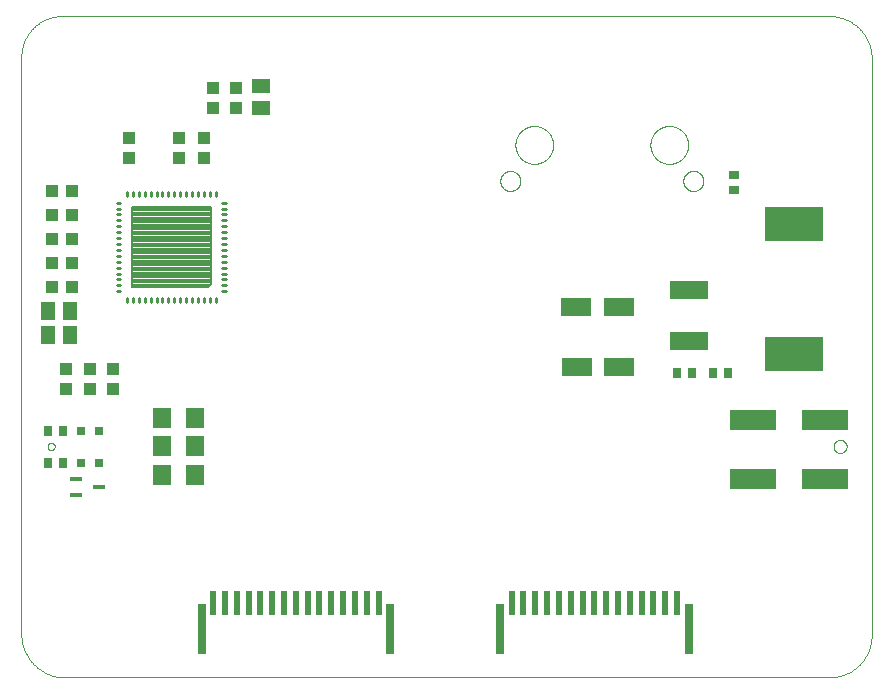
<source format=gtp>
G75*
%MOIN*%
%OFA0B0*%
%FSLAX25Y25*%
%IPPOS*%
%LPD*%
%AMOC8*
5,1,8,0,0,1.08239X$1,22.5*
%
%ADD10C,0.00000*%
%ADD11R,0.02400X0.07900*%
%ADD12R,0.02800X0.16500*%
%ADD13R,0.12992X0.06102*%
%ADD14R,0.02756X0.03543*%
%ADD15R,0.03150X0.03150*%
%ADD16R,0.10236X0.06299*%
%ADD17R,0.06299X0.07087*%
%ADD18R,0.04400X0.01800*%
%ADD19R,0.15748X0.07087*%
%ADD20R,0.03543X0.02756*%
%ADD21R,0.19685X0.11811*%
%ADD22C,0.00984*%
%ADD23C,0.00800*%
%ADD24R,0.04331X0.03937*%
%ADD25R,0.03937X0.04331*%
%ADD26R,0.05906X0.05118*%
%ADD27R,0.05118X0.05906*%
D10*
X0015673Y0001500D02*
X0270791Y0001500D01*
X0271133Y0001504D01*
X0271476Y0001517D01*
X0271818Y0001537D01*
X0272159Y0001566D01*
X0272499Y0001603D01*
X0272839Y0001649D01*
X0273177Y0001702D01*
X0273514Y0001764D01*
X0273849Y0001834D01*
X0274183Y0001912D01*
X0274514Y0001998D01*
X0274844Y0002092D01*
X0275171Y0002194D01*
X0275495Y0002303D01*
X0275817Y0002421D01*
X0276136Y0002546D01*
X0276451Y0002679D01*
X0276764Y0002820D01*
X0277072Y0002968D01*
X0277378Y0003123D01*
X0277679Y0003286D01*
X0277976Y0003456D01*
X0278269Y0003633D01*
X0278558Y0003818D01*
X0278842Y0004009D01*
X0279122Y0004207D01*
X0279396Y0004411D01*
X0279666Y0004623D01*
X0279930Y0004840D01*
X0280189Y0005064D01*
X0280443Y0005295D01*
X0280691Y0005531D01*
X0280933Y0005773D01*
X0281169Y0006021D01*
X0281400Y0006275D01*
X0281624Y0006534D01*
X0281841Y0006798D01*
X0282053Y0007068D01*
X0282257Y0007342D01*
X0282455Y0007622D01*
X0282646Y0007906D01*
X0282831Y0008195D01*
X0283008Y0008488D01*
X0283178Y0008785D01*
X0283341Y0009086D01*
X0283496Y0009392D01*
X0283644Y0009700D01*
X0283785Y0010013D01*
X0283918Y0010328D01*
X0284043Y0010647D01*
X0284161Y0010969D01*
X0284270Y0011293D01*
X0284372Y0011620D01*
X0284466Y0011950D01*
X0284552Y0012281D01*
X0284630Y0012615D01*
X0284700Y0012950D01*
X0284762Y0013287D01*
X0284815Y0013625D01*
X0284861Y0013965D01*
X0284898Y0014305D01*
X0284927Y0014646D01*
X0284947Y0014988D01*
X0284960Y0015331D01*
X0284964Y0015673D01*
X0284965Y0015673D02*
X0284965Y0207799D01*
X0284964Y0207799D02*
X0284960Y0208141D01*
X0284947Y0208484D01*
X0284927Y0208826D01*
X0284898Y0209167D01*
X0284861Y0209507D01*
X0284815Y0209847D01*
X0284762Y0210185D01*
X0284700Y0210522D01*
X0284630Y0210857D01*
X0284552Y0211191D01*
X0284466Y0211522D01*
X0284372Y0211852D01*
X0284270Y0212179D01*
X0284161Y0212503D01*
X0284043Y0212825D01*
X0283918Y0213144D01*
X0283785Y0213459D01*
X0283644Y0213772D01*
X0283496Y0214080D01*
X0283341Y0214386D01*
X0283178Y0214687D01*
X0283008Y0214984D01*
X0282831Y0215277D01*
X0282646Y0215566D01*
X0282455Y0215850D01*
X0282257Y0216130D01*
X0282053Y0216404D01*
X0281841Y0216674D01*
X0281624Y0216938D01*
X0281400Y0217197D01*
X0281169Y0217451D01*
X0280933Y0217699D01*
X0280691Y0217941D01*
X0280443Y0218177D01*
X0280189Y0218408D01*
X0279930Y0218632D01*
X0279666Y0218849D01*
X0279396Y0219061D01*
X0279122Y0219265D01*
X0278842Y0219463D01*
X0278558Y0219654D01*
X0278269Y0219839D01*
X0277976Y0220016D01*
X0277679Y0220186D01*
X0277378Y0220349D01*
X0277072Y0220504D01*
X0276764Y0220652D01*
X0276451Y0220793D01*
X0276136Y0220926D01*
X0275817Y0221051D01*
X0275495Y0221169D01*
X0275171Y0221278D01*
X0274844Y0221380D01*
X0274514Y0221474D01*
X0274183Y0221560D01*
X0273849Y0221638D01*
X0273514Y0221708D01*
X0273177Y0221770D01*
X0272839Y0221823D01*
X0272499Y0221869D01*
X0272159Y0221906D01*
X0271818Y0221935D01*
X0271476Y0221955D01*
X0271133Y0221968D01*
X0270791Y0221972D01*
X0015673Y0221972D01*
X0001500Y0208799D02*
X0001500Y0016673D01*
X0001492Y0016318D01*
X0001492Y0015963D01*
X0001502Y0015609D01*
X0001520Y0015254D01*
X0001546Y0014901D01*
X0001581Y0014548D01*
X0001625Y0014195D01*
X0001677Y0013845D01*
X0001737Y0013495D01*
X0001806Y0013147D01*
X0001884Y0012801D01*
X0001969Y0012456D01*
X0002063Y0012114D01*
X0002165Y0011774D01*
X0002276Y0011437D01*
X0002394Y0011103D01*
X0002521Y0010771D01*
X0002655Y0010443D01*
X0002798Y0010118D01*
X0002948Y0009797D01*
X0003106Y0009479D01*
X0003271Y0009165D01*
X0003445Y0008855D01*
X0003625Y0008550D01*
X0003813Y0008249D01*
X0004008Y0007953D01*
X0004210Y0007661D01*
X0004419Y0007375D01*
X0004635Y0007093D01*
X0004858Y0006817D01*
X0005088Y0006546D01*
X0005323Y0006281D01*
X0005566Y0006022D01*
X0005814Y0005769D01*
X0006068Y0005521D01*
X0006329Y0005280D01*
X0006595Y0005046D01*
X0006867Y0004817D01*
X0007144Y0004596D01*
X0007426Y0004381D01*
X0007714Y0004173D01*
X0008006Y0003972D01*
X0008303Y0003778D01*
X0008605Y0003592D01*
X0008911Y0003413D01*
X0009222Y0003241D01*
X0009536Y0003077D01*
X0009855Y0002920D01*
X0010177Y0002771D01*
X0010502Y0002630D01*
X0010831Y0002497D01*
X0011163Y0002372D01*
X0011498Y0002255D01*
X0011836Y0002146D01*
X0012176Y0002046D01*
X0012518Y0001953D01*
X0012863Y0001869D01*
X0013210Y0001793D01*
X0013558Y0001726D01*
X0013908Y0001667D01*
X0014259Y0001616D01*
X0014611Y0001574D01*
X0014965Y0001541D01*
X0015319Y0001516D01*
X0015673Y0001500D01*
X0010260Y0078500D02*
X0010262Y0078569D01*
X0010268Y0078637D01*
X0010278Y0078705D01*
X0010292Y0078772D01*
X0010310Y0078839D01*
X0010331Y0078904D01*
X0010357Y0078968D01*
X0010386Y0079030D01*
X0010418Y0079090D01*
X0010454Y0079149D01*
X0010494Y0079205D01*
X0010536Y0079259D01*
X0010582Y0079310D01*
X0010631Y0079359D01*
X0010682Y0079405D01*
X0010736Y0079447D01*
X0010792Y0079487D01*
X0010850Y0079523D01*
X0010911Y0079555D01*
X0010973Y0079584D01*
X0011037Y0079610D01*
X0011102Y0079631D01*
X0011169Y0079649D01*
X0011236Y0079663D01*
X0011304Y0079673D01*
X0011372Y0079679D01*
X0011441Y0079681D01*
X0011510Y0079679D01*
X0011578Y0079673D01*
X0011646Y0079663D01*
X0011713Y0079649D01*
X0011780Y0079631D01*
X0011845Y0079610D01*
X0011909Y0079584D01*
X0011971Y0079555D01*
X0012031Y0079523D01*
X0012090Y0079487D01*
X0012146Y0079447D01*
X0012200Y0079405D01*
X0012251Y0079359D01*
X0012300Y0079310D01*
X0012346Y0079259D01*
X0012388Y0079205D01*
X0012428Y0079149D01*
X0012464Y0079090D01*
X0012496Y0079030D01*
X0012525Y0078968D01*
X0012551Y0078904D01*
X0012572Y0078839D01*
X0012590Y0078772D01*
X0012604Y0078705D01*
X0012614Y0078637D01*
X0012620Y0078569D01*
X0012622Y0078500D01*
X0012620Y0078431D01*
X0012614Y0078363D01*
X0012604Y0078295D01*
X0012590Y0078228D01*
X0012572Y0078161D01*
X0012551Y0078096D01*
X0012525Y0078032D01*
X0012496Y0077970D01*
X0012464Y0077909D01*
X0012428Y0077851D01*
X0012388Y0077795D01*
X0012346Y0077741D01*
X0012300Y0077690D01*
X0012251Y0077641D01*
X0012200Y0077595D01*
X0012146Y0077553D01*
X0012090Y0077513D01*
X0012032Y0077477D01*
X0011971Y0077445D01*
X0011909Y0077416D01*
X0011845Y0077390D01*
X0011780Y0077369D01*
X0011713Y0077351D01*
X0011646Y0077337D01*
X0011578Y0077327D01*
X0011510Y0077321D01*
X0011441Y0077319D01*
X0011372Y0077321D01*
X0011304Y0077327D01*
X0011236Y0077337D01*
X0011169Y0077351D01*
X0011102Y0077369D01*
X0011037Y0077390D01*
X0010973Y0077416D01*
X0010911Y0077445D01*
X0010850Y0077477D01*
X0010792Y0077513D01*
X0010736Y0077553D01*
X0010682Y0077595D01*
X0010631Y0077641D01*
X0010582Y0077690D01*
X0010536Y0077741D01*
X0010494Y0077795D01*
X0010454Y0077851D01*
X0010418Y0077909D01*
X0010386Y0077970D01*
X0010357Y0078032D01*
X0010331Y0078096D01*
X0010310Y0078161D01*
X0010292Y0078228D01*
X0010278Y0078295D01*
X0010268Y0078363D01*
X0010262Y0078431D01*
X0010260Y0078500D01*
X0161142Y0166992D02*
X0161144Y0167107D01*
X0161150Y0167223D01*
X0161160Y0167338D01*
X0161174Y0167453D01*
X0161192Y0167567D01*
X0161214Y0167680D01*
X0161239Y0167793D01*
X0161269Y0167904D01*
X0161302Y0168015D01*
X0161339Y0168124D01*
X0161380Y0168232D01*
X0161425Y0168339D01*
X0161473Y0168444D01*
X0161525Y0168547D01*
X0161581Y0168648D01*
X0161640Y0168748D01*
X0161702Y0168845D01*
X0161768Y0168940D01*
X0161836Y0169033D01*
X0161908Y0169123D01*
X0161983Y0169211D01*
X0162062Y0169296D01*
X0162143Y0169378D01*
X0162226Y0169458D01*
X0162313Y0169534D01*
X0162402Y0169608D01*
X0162493Y0169678D01*
X0162587Y0169746D01*
X0162683Y0169810D01*
X0162782Y0169870D01*
X0162882Y0169927D01*
X0162984Y0169981D01*
X0163088Y0170031D01*
X0163194Y0170078D01*
X0163301Y0170121D01*
X0163410Y0170160D01*
X0163520Y0170195D01*
X0163631Y0170226D01*
X0163743Y0170254D01*
X0163856Y0170278D01*
X0163970Y0170298D01*
X0164085Y0170314D01*
X0164200Y0170326D01*
X0164315Y0170334D01*
X0164430Y0170338D01*
X0164546Y0170338D01*
X0164661Y0170334D01*
X0164776Y0170326D01*
X0164891Y0170314D01*
X0165006Y0170298D01*
X0165120Y0170278D01*
X0165233Y0170254D01*
X0165345Y0170226D01*
X0165456Y0170195D01*
X0165566Y0170160D01*
X0165675Y0170121D01*
X0165782Y0170078D01*
X0165888Y0170031D01*
X0165992Y0169981D01*
X0166094Y0169927D01*
X0166194Y0169870D01*
X0166293Y0169810D01*
X0166389Y0169746D01*
X0166483Y0169678D01*
X0166574Y0169608D01*
X0166663Y0169534D01*
X0166750Y0169458D01*
X0166833Y0169378D01*
X0166914Y0169296D01*
X0166993Y0169211D01*
X0167068Y0169123D01*
X0167140Y0169033D01*
X0167208Y0168940D01*
X0167274Y0168845D01*
X0167336Y0168748D01*
X0167395Y0168648D01*
X0167451Y0168547D01*
X0167503Y0168444D01*
X0167551Y0168339D01*
X0167596Y0168232D01*
X0167637Y0168124D01*
X0167674Y0168015D01*
X0167707Y0167904D01*
X0167737Y0167793D01*
X0167762Y0167680D01*
X0167784Y0167567D01*
X0167802Y0167453D01*
X0167816Y0167338D01*
X0167826Y0167223D01*
X0167832Y0167107D01*
X0167834Y0166992D01*
X0167832Y0166877D01*
X0167826Y0166761D01*
X0167816Y0166646D01*
X0167802Y0166531D01*
X0167784Y0166417D01*
X0167762Y0166304D01*
X0167737Y0166191D01*
X0167707Y0166080D01*
X0167674Y0165969D01*
X0167637Y0165860D01*
X0167596Y0165752D01*
X0167551Y0165645D01*
X0167503Y0165540D01*
X0167451Y0165437D01*
X0167395Y0165336D01*
X0167336Y0165236D01*
X0167274Y0165139D01*
X0167208Y0165044D01*
X0167140Y0164951D01*
X0167068Y0164861D01*
X0166993Y0164773D01*
X0166914Y0164688D01*
X0166833Y0164606D01*
X0166750Y0164526D01*
X0166663Y0164450D01*
X0166574Y0164376D01*
X0166483Y0164306D01*
X0166389Y0164238D01*
X0166293Y0164174D01*
X0166194Y0164114D01*
X0166094Y0164057D01*
X0165992Y0164003D01*
X0165888Y0163953D01*
X0165782Y0163906D01*
X0165675Y0163863D01*
X0165566Y0163824D01*
X0165456Y0163789D01*
X0165345Y0163758D01*
X0165233Y0163730D01*
X0165120Y0163706D01*
X0165006Y0163686D01*
X0164891Y0163670D01*
X0164776Y0163658D01*
X0164661Y0163650D01*
X0164546Y0163646D01*
X0164430Y0163646D01*
X0164315Y0163650D01*
X0164200Y0163658D01*
X0164085Y0163670D01*
X0163970Y0163686D01*
X0163856Y0163706D01*
X0163743Y0163730D01*
X0163631Y0163758D01*
X0163520Y0163789D01*
X0163410Y0163824D01*
X0163301Y0163863D01*
X0163194Y0163906D01*
X0163088Y0163953D01*
X0162984Y0164003D01*
X0162882Y0164057D01*
X0162782Y0164114D01*
X0162683Y0164174D01*
X0162587Y0164238D01*
X0162493Y0164306D01*
X0162402Y0164376D01*
X0162313Y0164450D01*
X0162226Y0164526D01*
X0162143Y0164606D01*
X0162062Y0164688D01*
X0161983Y0164773D01*
X0161908Y0164861D01*
X0161836Y0164951D01*
X0161768Y0165044D01*
X0161702Y0165139D01*
X0161640Y0165236D01*
X0161581Y0165336D01*
X0161525Y0165437D01*
X0161473Y0165540D01*
X0161425Y0165645D01*
X0161380Y0165752D01*
X0161339Y0165860D01*
X0161302Y0165969D01*
X0161269Y0166080D01*
X0161239Y0166191D01*
X0161214Y0166304D01*
X0161192Y0166417D01*
X0161174Y0166531D01*
X0161160Y0166646D01*
X0161150Y0166761D01*
X0161144Y0166877D01*
X0161142Y0166992D01*
X0166201Y0179000D02*
X0166203Y0179158D01*
X0166209Y0179316D01*
X0166219Y0179474D01*
X0166233Y0179632D01*
X0166251Y0179789D01*
X0166272Y0179946D01*
X0166298Y0180102D01*
X0166328Y0180258D01*
X0166361Y0180413D01*
X0166399Y0180566D01*
X0166440Y0180719D01*
X0166485Y0180871D01*
X0166534Y0181022D01*
X0166587Y0181171D01*
X0166643Y0181319D01*
X0166703Y0181465D01*
X0166767Y0181610D01*
X0166835Y0181753D01*
X0166906Y0181895D01*
X0166980Y0182035D01*
X0167058Y0182172D01*
X0167140Y0182308D01*
X0167224Y0182442D01*
X0167313Y0182573D01*
X0167404Y0182702D01*
X0167499Y0182829D01*
X0167596Y0182954D01*
X0167697Y0183076D01*
X0167801Y0183195D01*
X0167908Y0183312D01*
X0168018Y0183426D01*
X0168131Y0183537D01*
X0168246Y0183646D01*
X0168364Y0183751D01*
X0168485Y0183853D01*
X0168608Y0183953D01*
X0168734Y0184049D01*
X0168862Y0184142D01*
X0168992Y0184232D01*
X0169125Y0184318D01*
X0169260Y0184402D01*
X0169396Y0184481D01*
X0169535Y0184558D01*
X0169676Y0184630D01*
X0169818Y0184700D01*
X0169962Y0184765D01*
X0170108Y0184827D01*
X0170255Y0184885D01*
X0170404Y0184940D01*
X0170554Y0184991D01*
X0170705Y0185038D01*
X0170857Y0185081D01*
X0171010Y0185120D01*
X0171165Y0185156D01*
X0171320Y0185187D01*
X0171476Y0185215D01*
X0171632Y0185239D01*
X0171789Y0185259D01*
X0171947Y0185275D01*
X0172104Y0185287D01*
X0172263Y0185295D01*
X0172421Y0185299D01*
X0172579Y0185299D01*
X0172737Y0185295D01*
X0172896Y0185287D01*
X0173053Y0185275D01*
X0173211Y0185259D01*
X0173368Y0185239D01*
X0173524Y0185215D01*
X0173680Y0185187D01*
X0173835Y0185156D01*
X0173990Y0185120D01*
X0174143Y0185081D01*
X0174295Y0185038D01*
X0174446Y0184991D01*
X0174596Y0184940D01*
X0174745Y0184885D01*
X0174892Y0184827D01*
X0175038Y0184765D01*
X0175182Y0184700D01*
X0175324Y0184630D01*
X0175465Y0184558D01*
X0175604Y0184481D01*
X0175740Y0184402D01*
X0175875Y0184318D01*
X0176008Y0184232D01*
X0176138Y0184142D01*
X0176266Y0184049D01*
X0176392Y0183953D01*
X0176515Y0183853D01*
X0176636Y0183751D01*
X0176754Y0183646D01*
X0176869Y0183537D01*
X0176982Y0183426D01*
X0177092Y0183312D01*
X0177199Y0183195D01*
X0177303Y0183076D01*
X0177404Y0182954D01*
X0177501Y0182829D01*
X0177596Y0182702D01*
X0177687Y0182573D01*
X0177776Y0182442D01*
X0177860Y0182308D01*
X0177942Y0182172D01*
X0178020Y0182035D01*
X0178094Y0181895D01*
X0178165Y0181753D01*
X0178233Y0181610D01*
X0178297Y0181465D01*
X0178357Y0181319D01*
X0178413Y0181171D01*
X0178466Y0181022D01*
X0178515Y0180871D01*
X0178560Y0180719D01*
X0178601Y0180566D01*
X0178639Y0180413D01*
X0178672Y0180258D01*
X0178702Y0180102D01*
X0178728Y0179946D01*
X0178749Y0179789D01*
X0178767Y0179632D01*
X0178781Y0179474D01*
X0178791Y0179316D01*
X0178797Y0179158D01*
X0178799Y0179000D01*
X0178797Y0178842D01*
X0178791Y0178684D01*
X0178781Y0178526D01*
X0178767Y0178368D01*
X0178749Y0178211D01*
X0178728Y0178054D01*
X0178702Y0177898D01*
X0178672Y0177742D01*
X0178639Y0177587D01*
X0178601Y0177434D01*
X0178560Y0177281D01*
X0178515Y0177129D01*
X0178466Y0176978D01*
X0178413Y0176829D01*
X0178357Y0176681D01*
X0178297Y0176535D01*
X0178233Y0176390D01*
X0178165Y0176247D01*
X0178094Y0176105D01*
X0178020Y0175965D01*
X0177942Y0175828D01*
X0177860Y0175692D01*
X0177776Y0175558D01*
X0177687Y0175427D01*
X0177596Y0175298D01*
X0177501Y0175171D01*
X0177404Y0175046D01*
X0177303Y0174924D01*
X0177199Y0174805D01*
X0177092Y0174688D01*
X0176982Y0174574D01*
X0176869Y0174463D01*
X0176754Y0174354D01*
X0176636Y0174249D01*
X0176515Y0174147D01*
X0176392Y0174047D01*
X0176266Y0173951D01*
X0176138Y0173858D01*
X0176008Y0173768D01*
X0175875Y0173682D01*
X0175740Y0173598D01*
X0175604Y0173519D01*
X0175465Y0173442D01*
X0175324Y0173370D01*
X0175182Y0173300D01*
X0175038Y0173235D01*
X0174892Y0173173D01*
X0174745Y0173115D01*
X0174596Y0173060D01*
X0174446Y0173009D01*
X0174295Y0172962D01*
X0174143Y0172919D01*
X0173990Y0172880D01*
X0173835Y0172844D01*
X0173680Y0172813D01*
X0173524Y0172785D01*
X0173368Y0172761D01*
X0173211Y0172741D01*
X0173053Y0172725D01*
X0172896Y0172713D01*
X0172737Y0172705D01*
X0172579Y0172701D01*
X0172421Y0172701D01*
X0172263Y0172705D01*
X0172104Y0172713D01*
X0171947Y0172725D01*
X0171789Y0172741D01*
X0171632Y0172761D01*
X0171476Y0172785D01*
X0171320Y0172813D01*
X0171165Y0172844D01*
X0171010Y0172880D01*
X0170857Y0172919D01*
X0170705Y0172962D01*
X0170554Y0173009D01*
X0170404Y0173060D01*
X0170255Y0173115D01*
X0170108Y0173173D01*
X0169962Y0173235D01*
X0169818Y0173300D01*
X0169676Y0173370D01*
X0169535Y0173442D01*
X0169396Y0173519D01*
X0169260Y0173598D01*
X0169125Y0173682D01*
X0168992Y0173768D01*
X0168862Y0173858D01*
X0168734Y0173951D01*
X0168608Y0174047D01*
X0168485Y0174147D01*
X0168364Y0174249D01*
X0168246Y0174354D01*
X0168131Y0174463D01*
X0168018Y0174574D01*
X0167908Y0174688D01*
X0167801Y0174805D01*
X0167697Y0174924D01*
X0167596Y0175046D01*
X0167499Y0175171D01*
X0167404Y0175298D01*
X0167313Y0175427D01*
X0167224Y0175558D01*
X0167140Y0175692D01*
X0167058Y0175828D01*
X0166980Y0175965D01*
X0166906Y0176105D01*
X0166835Y0176247D01*
X0166767Y0176390D01*
X0166703Y0176535D01*
X0166643Y0176681D01*
X0166587Y0176829D01*
X0166534Y0176978D01*
X0166485Y0177129D01*
X0166440Y0177281D01*
X0166399Y0177434D01*
X0166361Y0177587D01*
X0166328Y0177742D01*
X0166298Y0177898D01*
X0166272Y0178054D01*
X0166251Y0178211D01*
X0166233Y0178368D01*
X0166219Y0178526D01*
X0166209Y0178684D01*
X0166203Y0178842D01*
X0166201Y0179000D01*
X0211201Y0179000D02*
X0211203Y0179158D01*
X0211209Y0179316D01*
X0211219Y0179474D01*
X0211233Y0179632D01*
X0211251Y0179789D01*
X0211272Y0179946D01*
X0211298Y0180102D01*
X0211328Y0180258D01*
X0211361Y0180413D01*
X0211399Y0180566D01*
X0211440Y0180719D01*
X0211485Y0180871D01*
X0211534Y0181022D01*
X0211587Y0181171D01*
X0211643Y0181319D01*
X0211703Y0181465D01*
X0211767Y0181610D01*
X0211835Y0181753D01*
X0211906Y0181895D01*
X0211980Y0182035D01*
X0212058Y0182172D01*
X0212140Y0182308D01*
X0212224Y0182442D01*
X0212313Y0182573D01*
X0212404Y0182702D01*
X0212499Y0182829D01*
X0212596Y0182954D01*
X0212697Y0183076D01*
X0212801Y0183195D01*
X0212908Y0183312D01*
X0213018Y0183426D01*
X0213131Y0183537D01*
X0213246Y0183646D01*
X0213364Y0183751D01*
X0213485Y0183853D01*
X0213608Y0183953D01*
X0213734Y0184049D01*
X0213862Y0184142D01*
X0213992Y0184232D01*
X0214125Y0184318D01*
X0214260Y0184402D01*
X0214396Y0184481D01*
X0214535Y0184558D01*
X0214676Y0184630D01*
X0214818Y0184700D01*
X0214962Y0184765D01*
X0215108Y0184827D01*
X0215255Y0184885D01*
X0215404Y0184940D01*
X0215554Y0184991D01*
X0215705Y0185038D01*
X0215857Y0185081D01*
X0216010Y0185120D01*
X0216165Y0185156D01*
X0216320Y0185187D01*
X0216476Y0185215D01*
X0216632Y0185239D01*
X0216789Y0185259D01*
X0216947Y0185275D01*
X0217104Y0185287D01*
X0217263Y0185295D01*
X0217421Y0185299D01*
X0217579Y0185299D01*
X0217737Y0185295D01*
X0217896Y0185287D01*
X0218053Y0185275D01*
X0218211Y0185259D01*
X0218368Y0185239D01*
X0218524Y0185215D01*
X0218680Y0185187D01*
X0218835Y0185156D01*
X0218990Y0185120D01*
X0219143Y0185081D01*
X0219295Y0185038D01*
X0219446Y0184991D01*
X0219596Y0184940D01*
X0219745Y0184885D01*
X0219892Y0184827D01*
X0220038Y0184765D01*
X0220182Y0184700D01*
X0220324Y0184630D01*
X0220465Y0184558D01*
X0220604Y0184481D01*
X0220740Y0184402D01*
X0220875Y0184318D01*
X0221008Y0184232D01*
X0221138Y0184142D01*
X0221266Y0184049D01*
X0221392Y0183953D01*
X0221515Y0183853D01*
X0221636Y0183751D01*
X0221754Y0183646D01*
X0221869Y0183537D01*
X0221982Y0183426D01*
X0222092Y0183312D01*
X0222199Y0183195D01*
X0222303Y0183076D01*
X0222404Y0182954D01*
X0222501Y0182829D01*
X0222596Y0182702D01*
X0222687Y0182573D01*
X0222776Y0182442D01*
X0222860Y0182308D01*
X0222942Y0182172D01*
X0223020Y0182035D01*
X0223094Y0181895D01*
X0223165Y0181753D01*
X0223233Y0181610D01*
X0223297Y0181465D01*
X0223357Y0181319D01*
X0223413Y0181171D01*
X0223466Y0181022D01*
X0223515Y0180871D01*
X0223560Y0180719D01*
X0223601Y0180566D01*
X0223639Y0180413D01*
X0223672Y0180258D01*
X0223702Y0180102D01*
X0223728Y0179946D01*
X0223749Y0179789D01*
X0223767Y0179632D01*
X0223781Y0179474D01*
X0223791Y0179316D01*
X0223797Y0179158D01*
X0223799Y0179000D01*
X0223797Y0178842D01*
X0223791Y0178684D01*
X0223781Y0178526D01*
X0223767Y0178368D01*
X0223749Y0178211D01*
X0223728Y0178054D01*
X0223702Y0177898D01*
X0223672Y0177742D01*
X0223639Y0177587D01*
X0223601Y0177434D01*
X0223560Y0177281D01*
X0223515Y0177129D01*
X0223466Y0176978D01*
X0223413Y0176829D01*
X0223357Y0176681D01*
X0223297Y0176535D01*
X0223233Y0176390D01*
X0223165Y0176247D01*
X0223094Y0176105D01*
X0223020Y0175965D01*
X0222942Y0175828D01*
X0222860Y0175692D01*
X0222776Y0175558D01*
X0222687Y0175427D01*
X0222596Y0175298D01*
X0222501Y0175171D01*
X0222404Y0175046D01*
X0222303Y0174924D01*
X0222199Y0174805D01*
X0222092Y0174688D01*
X0221982Y0174574D01*
X0221869Y0174463D01*
X0221754Y0174354D01*
X0221636Y0174249D01*
X0221515Y0174147D01*
X0221392Y0174047D01*
X0221266Y0173951D01*
X0221138Y0173858D01*
X0221008Y0173768D01*
X0220875Y0173682D01*
X0220740Y0173598D01*
X0220604Y0173519D01*
X0220465Y0173442D01*
X0220324Y0173370D01*
X0220182Y0173300D01*
X0220038Y0173235D01*
X0219892Y0173173D01*
X0219745Y0173115D01*
X0219596Y0173060D01*
X0219446Y0173009D01*
X0219295Y0172962D01*
X0219143Y0172919D01*
X0218990Y0172880D01*
X0218835Y0172844D01*
X0218680Y0172813D01*
X0218524Y0172785D01*
X0218368Y0172761D01*
X0218211Y0172741D01*
X0218053Y0172725D01*
X0217896Y0172713D01*
X0217737Y0172705D01*
X0217579Y0172701D01*
X0217421Y0172701D01*
X0217263Y0172705D01*
X0217104Y0172713D01*
X0216947Y0172725D01*
X0216789Y0172741D01*
X0216632Y0172761D01*
X0216476Y0172785D01*
X0216320Y0172813D01*
X0216165Y0172844D01*
X0216010Y0172880D01*
X0215857Y0172919D01*
X0215705Y0172962D01*
X0215554Y0173009D01*
X0215404Y0173060D01*
X0215255Y0173115D01*
X0215108Y0173173D01*
X0214962Y0173235D01*
X0214818Y0173300D01*
X0214676Y0173370D01*
X0214535Y0173442D01*
X0214396Y0173519D01*
X0214260Y0173598D01*
X0214125Y0173682D01*
X0213992Y0173768D01*
X0213862Y0173858D01*
X0213734Y0173951D01*
X0213608Y0174047D01*
X0213485Y0174147D01*
X0213364Y0174249D01*
X0213246Y0174354D01*
X0213131Y0174463D01*
X0213018Y0174574D01*
X0212908Y0174688D01*
X0212801Y0174805D01*
X0212697Y0174924D01*
X0212596Y0175046D01*
X0212499Y0175171D01*
X0212404Y0175298D01*
X0212313Y0175427D01*
X0212224Y0175558D01*
X0212140Y0175692D01*
X0212058Y0175828D01*
X0211980Y0175965D01*
X0211906Y0176105D01*
X0211835Y0176247D01*
X0211767Y0176390D01*
X0211703Y0176535D01*
X0211643Y0176681D01*
X0211587Y0176829D01*
X0211534Y0176978D01*
X0211485Y0177129D01*
X0211440Y0177281D01*
X0211399Y0177434D01*
X0211361Y0177587D01*
X0211328Y0177742D01*
X0211298Y0177898D01*
X0211272Y0178054D01*
X0211251Y0178211D01*
X0211233Y0178368D01*
X0211219Y0178526D01*
X0211209Y0178684D01*
X0211203Y0178842D01*
X0211201Y0179000D01*
X0222166Y0166992D02*
X0222168Y0167107D01*
X0222174Y0167223D01*
X0222184Y0167338D01*
X0222198Y0167453D01*
X0222216Y0167567D01*
X0222238Y0167680D01*
X0222263Y0167793D01*
X0222293Y0167904D01*
X0222326Y0168015D01*
X0222363Y0168124D01*
X0222404Y0168232D01*
X0222449Y0168339D01*
X0222497Y0168444D01*
X0222549Y0168547D01*
X0222605Y0168648D01*
X0222664Y0168748D01*
X0222726Y0168845D01*
X0222792Y0168940D01*
X0222860Y0169033D01*
X0222932Y0169123D01*
X0223007Y0169211D01*
X0223086Y0169296D01*
X0223167Y0169378D01*
X0223250Y0169458D01*
X0223337Y0169534D01*
X0223426Y0169608D01*
X0223517Y0169678D01*
X0223611Y0169746D01*
X0223707Y0169810D01*
X0223806Y0169870D01*
X0223906Y0169927D01*
X0224008Y0169981D01*
X0224112Y0170031D01*
X0224218Y0170078D01*
X0224325Y0170121D01*
X0224434Y0170160D01*
X0224544Y0170195D01*
X0224655Y0170226D01*
X0224767Y0170254D01*
X0224880Y0170278D01*
X0224994Y0170298D01*
X0225109Y0170314D01*
X0225224Y0170326D01*
X0225339Y0170334D01*
X0225454Y0170338D01*
X0225570Y0170338D01*
X0225685Y0170334D01*
X0225800Y0170326D01*
X0225915Y0170314D01*
X0226030Y0170298D01*
X0226144Y0170278D01*
X0226257Y0170254D01*
X0226369Y0170226D01*
X0226480Y0170195D01*
X0226590Y0170160D01*
X0226699Y0170121D01*
X0226806Y0170078D01*
X0226912Y0170031D01*
X0227016Y0169981D01*
X0227118Y0169927D01*
X0227218Y0169870D01*
X0227317Y0169810D01*
X0227413Y0169746D01*
X0227507Y0169678D01*
X0227598Y0169608D01*
X0227687Y0169534D01*
X0227774Y0169458D01*
X0227857Y0169378D01*
X0227938Y0169296D01*
X0228017Y0169211D01*
X0228092Y0169123D01*
X0228164Y0169033D01*
X0228232Y0168940D01*
X0228298Y0168845D01*
X0228360Y0168748D01*
X0228419Y0168648D01*
X0228475Y0168547D01*
X0228527Y0168444D01*
X0228575Y0168339D01*
X0228620Y0168232D01*
X0228661Y0168124D01*
X0228698Y0168015D01*
X0228731Y0167904D01*
X0228761Y0167793D01*
X0228786Y0167680D01*
X0228808Y0167567D01*
X0228826Y0167453D01*
X0228840Y0167338D01*
X0228850Y0167223D01*
X0228856Y0167107D01*
X0228858Y0166992D01*
X0228856Y0166877D01*
X0228850Y0166761D01*
X0228840Y0166646D01*
X0228826Y0166531D01*
X0228808Y0166417D01*
X0228786Y0166304D01*
X0228761Y0166191D01*
X0228731Y0166080D01*
X0228698Y0165969D01*
X0228661Y0165860D01*
X0228620Y0165752D01*
X0228575Y0165645D01*
X0228527Y0165540D01*
X0228475Y0165437D01*
X0228419Y0165336D01*
X0228360Y0165236D01*
X0228298Y0165139D01*
X0228232Y0165044D01*
X0228164Y0164951D01*
X0228092Y0164861D01*
X0228017Y0164773D01*
X0227938Y0164688D01*
X0227857Y0164606D01*
X0227774Y0164526D01*
X0227687Y0164450D01*
X0227598Y0164376D01*
X0227507Y0164306D01*
X0227413Y0164238D01*
X0227317Y0164174D01*
X0227218Y0164114D01*
X0227118Y0164057D01*
X0227016Y0164003D01*
X0226912Y0163953D01*
X0226806Y0163906D01*
X0226699Y0163863D01*
X0226590Y0163824D01*
X0226480Y0163789D01*
X0226369Y0163758D01*
X0226257Y0163730D01*
X0226144Y0163706D01*
X0226030Y0163686D01*
X0225915Y0163670D01*
X0225800Y0163658D01*
X0225685Y0163650D01*
X0225570Y0163646D01*
X0225454Y0163646D01*
X0225339Y0163650D01*
X0225224Y0163658D01*
X0225109Y0163670D01*
X0224994Y0163686D01*
X0224880Y0163706D01*
X0224767Y0163730D01*
X0224655Y0163758D01*
X0224544Y0163789D01*
X0224434Y0163824D01*
X0224325Y0163863D01*
X0224218Y0163906D01*
X0224112Y0163953D01*
X0224008Y0164003D01*
X0223906Y0164057D01*
X0223806Y0164114D01*
X0223707Y0164174D01*
X0223611Y0164238D01*
X0223517Y0164306D01*
X0223426Y0164376D01*
X0223337Y0164450D01*
X0223250Y0164526D01*
X0223167Y0164606D01*
X0223086Y0164688D01*
X0223007Y0164773D01*
X0222932Y0164861D01*
X0222860Y0164951D01*
X0222792Y0165044D01*
X0222726Y0165139D01*
X0222664Y0165236D01*
X0222605Y0165336D01*
X0222549Y0165437D01*
X0222497Y0165540D01*
X0222449Y0165645D01*
X0222404Y0165752D01*
X0222363Y0165860D01*
X0222326Y0165969D01*
X0222293Y0166080D01*
X0222263Y0166191D01*
X0222238Y0166304D01*
X0222216Y0166417D01*
X0222198Y0166531D01*
X0222184Y0166646D01*
X0222174Y0166761D01*
X0222168Y0166877D01*
X0222166Y0166992D01*
X0272268Y0078500D02*
X0272270Y0078593D01*
X0272276Y0078685D01*
X0272286Y0078777D01*
X0272300Y0078868D01*
X0272317Y0078959D01*
X0272339Y0079049D01*
X0272364Y0079138D01*
X0272393Y0079226D01*
X0272426Y0079312D01*
X0272463Y0079397D01*
X0272503Y0079481D01*
X0272547Y0079562D01*
X0272594Y0079642D01*
X0272644Y0079720D01*
X0272698Y0079795D01*
X0272755Y0079868D01*
X0272815Y0079938D01*
X0272878Y0080006D01*
X0272944Y0080071D01*
X0273012Y0080133D01*
X0273083Y0080193D01*
X0273157Y0080249D01*
X0273233Y0080302D01*
X0273311Y0080351D01*
X0273391Y0080398D01*
X0273473Y0080440D01*
X0273557Y0080480D01*
X0273642Y0080515D01*
X0273729Y0080547D01*
X0273817Y0080576D01*
X0273906Y0080600D01*
X0273996Y0080621D01*
X0274087Y0080637D01*
X0274179Y0080650D01*
X0274271Y0080659D01*
X0274364Y0080664D01*
X0274456Y0080665D01*
X0274549Y0080662D01*
X0274641Y0080655D01*
X0274733Y0080644D01*
X0274824Y0080629D01*
X0274915Y0080611D01*
X0275005Y0080588D01*
X0275093Y0080562D01*
X0275181Y0080532D01*
X0275267Y0080498D01*
X0275351Y0080461D01*
X0275434Y0080419D01*
X0275515Y0080375D01*
X0275595Y0080327D01*
X0275672Y0080276D01*
X0275746Y0080221D01*
X0275819Y0080163D01*
X0275889Y0080103D01*
X0275956Y0080039D01*
X0276020Y0079973D01*
X0276082Y0079903D01*
X0276140Y0079832D01*
X0276195Y0079758D01*
X0276247Y0079681D01*
X0276296Y0079602D01*
X0276342Y0079522D01*
X0276384Y0079439D01*
X0276422Y0079355D01*
X0276457Y0079269D01*
X0276488Y0079182D01*
X0276515Y0079094D01*
X0276538Y0079004D01*
X0276558Y0078914D01*
X0276574Y0078823D01*
X0276586Y0078731D01*
X0276594Y0078639D01*
X0276598Y0078546D01*
X0276598Y0078454D01*
X0276594Y0078361D01*
X0276586Y0078269D01*
X0276574Y0078177D01*
X0276558Y0078086D01*
X0276538Y0077996D01*
X0276515Y0077906D01*
X0276488Y0077818D01*
X0276457Y0077731D01*
X0276422Y0077645D01*
X0276384Y0077561D01*
X0276342Y0077478D01*
X0276296Y0077398D01*
X0276247Y0077319D01*
X0276195Y0077242D01*
X0276140Y0077168D01*
X0276082Y0077097D01*
X0276020Y0077027D01*
X0275956Y0076961D01*
X0275889Y0076897D01*
X0275819Y0076837D01*
X0275746Y0076779D01*
X0275672Y0076724D01*
X0275595Y0076673D01*
X0275516Y0076625D01*
X0275434Y0076581D01*
X0275351Y0076539D01*
X0275267Y0076502D01*
X0275181Y0076468D01*
X0275093Y0076438D01*
X0275005Y0076412D01*
X0274915Y0076389D01*
X0274824Y0076371D01*
X0274733Y0076356D01*
X0274641Y0076345D01*
X0274549Y0076338D01*
X0274456Y0076335D01*
X0274364Y0076336D01*
X0274271Y0076341D01*
X0274179Y0076350D01*
X0274087Y0076363D01*
X0273996Y0076379D01*
X0273906Y0076400D01*
X0273817Y0076424D01*
X0273729Y0076453D01*
X0273642Y0076485D01*
X0273557Y0076520D01*
X0273473Y0076560D01*
X0273391Y0076602D01*
X0273311Y0076649D01*
X0273233Y0076698D01*
X0273157Y0076751D01*
X0273083Y0076807D01*
X0273012Y0076867D01*
X0272944Y0076929D01*
X0272878Y0076994D01*
X0272815Y0077062D01*
X0272755Y0077132D01*
X0272698Y0077205D01*
X0272644Y0077280D01*
X0272594Y0077358D01*
X0272547Y0077438D01*
X0272503Y0077519D01*
X0272463Y0077603D01*
X0272426Y0077688D01*
X0272393Y0077774D01*
X0272364Y0077862D01*
X0272339Y0077951D01*
X0272317Y0078041D01*
X0272300Y0078132D01*
X0272286Y0078223D01*
X0272276Y0078315D01*
X0272270Y0078407D01*
X0272268Y0078500D01*
X0015673Y0221972D02*
X0015342Y0221980D01*
X0015012Y0221980D01*
X0014681Y0221972D01*
X0014351Y0221956D01*
X0014021Y0221932D01*
X0013692Y0221901D01*
X0013364Y0221861D01*
X0013037Y0221813D01*
X0012711Y0221758D01*
X0012386Y0221694D01*
X0012063Y0221623D01*
X0011742Y0221544D01*
X0011423Y0221457D01*
X0011107Y0221363D01*
X0010792Y0221261D01*
X0010480Y0221151D01*
X0010171Y0221034D01*
X0009865Y0220909D01*
X0009562Y0220777D01*
X0009262Y0220638D01*
X0008965Y0220492D01*
X0008672Y0220338D01*
X0008383Y0220177D01*
X0008098Y0220010D01*
X0007817Y0219836D01*
X0007541Y0219654D01*
X0007269Y0219467D01*
X0007001Y0219272D01*
X0006738Y0219072D01*
X0006480Y0218865D01*
X0006228Y0218652D01*
X0005980Y0218433D01*
X0005738Y0218207D01*
X0005501Y0217977D01*
X0005270Y0217740D01*
X0005045Y0217498D01*
X0004826Y0217251D01*
X0004612Y0216998D01*
X0004405Y0216740D01*
X0004204Y0216478D01*
X0004010Y0216210D01*
X0003822Y0215938D01*
X0003641Y0215662D01*
X0003466Y0215381D01*
X0003299Y0215096D01*
X0003138Y0214807D01*
X0002984Y0214514D01*
X0002838Y0214218D01*
X0002698Y0213918D01*
X0002566Y0213615D01*
X0002441Y0213309D01*
X0002324Y0213000D01*
X0002214Y0212688D01*
X0002112Y0212373D01*
X0002017Y0212057D01*
X0001930Y0211738D01*
X0001851Y0211417D01*
X0001779Y0211094D01*
X0001716Y0210769D01*
X0001660Y0210443D01*
X0001612Y0210116D01*
X0001572Y0209788D01*
X0001540Y0209459D01*
X0001516Y0209129D01*
X0001500Y0208799D01*
D11*
X0065500Y0026200D03*
X0069400Y0026200D03*
X0073300Y0026200D03*
X0077300Y0026200D03*
X0081200Y0026200D03*
X0085200Y0026200D03*
X0089100Y0026200D03*
X0093000Y0026200D03*
X0097000Y0026200D03*
X0100900Y0026200D03*
X0104800Y0026200D03*
X0108800Y0026200D03*
X0112700Y0026200D03*
X0116700Y0026200D03*
X0120600Y0026200D03*
X0165000Y0026200D03*
X0168900Y0026200D03*
X0172800Y0026200D03*
X0176800Y0026200D03*
X0180700Y0026200D03*
X0184700Y0026200D03*
X0188600Y0026200D03*
X0192500Y0026200D03*
X0196500Y0026200D03*
X0200400Y0026200D03*
X0204300Y0026200D03*
X0208300Y0026200D03*
X0212200Y0026200D03*
X0216200Y0026200D03*
X0220100Y0026200D03*
D12*
X0224000Y0017800D03*
X0161100Y0017800D03*
X0124500Y0017800D03*
X0061600Y0017800D03*
D13*
X0224200Y0113598D03*
X0224200Y0130802D03*
D14*
X0225059Y0103000D03*
X0219941Y0103000D03*
X0231941Y0103000D03*
X0237059Y0103000D03*
X0015559Y0083500D03*
X0010441Y0083500D03*
X0010441Y0073000D03*
X0015559Y0073000D03*
D15*
X0021547Y0073000D03*
X0027453Y0073000D03*
X0027453Y0083500D03*
X0021547Y0083500D03*
D16*
X0186613Y0105000D03*
X0200787Y0105000D03*
X0200737Y0125000D03*
X0186563Y0125000D03*
D17*
X0059512Y0088000D03*
X0059512Y0078500D03*
X0048488Y0078500D03*
X0048488Y0088000D03*
X0048488Y0069000D03*
X0059512Y0069000D03*
D18*
X0027400Y0064950D03*
X0019800Y0062350D03*
X0019800Y0067550D03*
D19*
X0245500Y0067657D03*
X0245500Y0087343D03*
X0269500Y0087343D03*
X0269500Y0067657D03*
D20*
X0239150Y0163941D03*
X0239150Y0169059D03*
D21*
X0259000Y0152654D03*
X0259000Y0109346D03*
D22*
X0069716Y0130236D02*
X0068536Y0130236D01*
X0068536Y0132205D02*
X0069716Y0132205D01*
X0069716Y0134173D02*
X0068536Y0134173D01*
X0068536Y0136142D02*
X0069716Y0136142D01*
X0069716Y0138110D02*
X0068536Y0138110D01*
X0068536Y0140079D02*
X0069716Y0140079D01*
X0069716Y0142047D02*
X0068536Y0142047D01*
X0068536Y0144016D02*
X0069716Y0144016D01*
X0069716Y0145984D02*
X0068536Y0145984D01*
X0068536Y0147953D02*
X0069716Y0147953D01*
X0069716Y0149921D02*
X0068536Y0149921D01*
X0068536Y0151890D02*
X0069716Y0151890D01*
X0069716Y0153858D02*
X0068536Y0153858D01*
X0068536Y0155827D02*
X0069716Y0155827D01*
X0069716Y0157795D02*
X0068536Y0157795D01*
X0068536Y0159764D02*
X0069716Y0159764D01*
X0066264Y0162036D02*
X0066264Y0163216D01*
X0064295Y0163216D02*
X0064295Y0162036D01*
X0062327Y0162036D02*
X0062327Y0163216D01*
X0060358Y0163216D02*
X0060358Y0162036D01*
X0058390Y0162036D02*
X0058390Y0163216D01*
X0056421Y0163216D02*
X0056421Y0162036D01*
X0054453Y0162036D02*
X0054453Y0163216D01*
X0052484Y0163216D02*
X0052484Y0162036D01*
X0050516Y0162036D02*
X0050516Y0163216D01*
X0048547Y0163216D02*
X0048547Y0162036D01*
X0046579Y0162036D02*
X0046579Y0163216D01*
X0044610Y0163216D02*
X0044610Y0162036D01*
X0042642Y0162036D02*
X0042642Y0163216D01*
X0040673Y0163216D02*
X0040673Y0162036D01*
X0038705Y0162036D02*
X0038705Y0163216D01*
X0036736Y0163216D02*
X0036736Y0162036D01*
X0034464Y0159764D02*
X0033284Y0159764D01*
X0033284Y0157795D02*
X0034464Y0157795D01*
X0034464Y0155827D02*
X0033284Y0155827D01*
X0033284Y0153858D02*
X0034464Y0153858D01*
X0034464Y0151890D02*
X0033284Y0151890D01*
X0033284Y0149921D02*
X0034464Y0149921D01*
X0034464Y0147953D02*
X0033284Y0147953D01*
X0033284Y0145984D02*
X0034464Y0145984D01*
X0034464Y0144016D02*
X0033284Y0144016D01*
X0033284Y0142047D02*
X0034464Y0142047D01*
X0034464Y0140079D02*
X0033284Y0140079D01*
X0033284Y0138110D02*
X0034464Y0138110D01*
X0034464Y0136142D02*
X0033284Y0136142D01*
X0033284Y0134173D02*
X0034464Y0134173D01*
X0034464Y0132205D02*
X0033284Y0132205D01*
X0033284Y0130236D02*
X0034464Y0130236D01*
X0036736Y0127964D02*
X0036736Y0126784D01*
X0038705Y0126784D02*
X0038705Y0127964D01*
X0040673Y0127964D02*
X0040673Y0126784D01*
X0042642Y0126784D02*
X0042642Y0127964D01*
X0044610Y0127964D02*
X0044610Y0126784D01*
X0046579Y0126784D02*
X0046579Y0127964D01*
X0048547Y0127964D02*
X0048547Y0126784D01*
X0050516Y0126784D02*
X0050516Y0127964D01*
X0052484Y0127964D02*
X0052484Y0126784D01*
X0054453Y0126784D02*
X0054453Y0127964D01*
X0056421Y0127964D02*
X0056421Y0126784D01*
X0058390Y0126784D02*
X0058390Y0127964D01*
X0060358Y0127964D02*
X0060358Y0126784D01*
X0062327Y0126784D02*
X0062327Y0127964D01*
X0064295Y0127964D02*
X0064295Y0126784D01*
X0066264Y0126784D02*
X0066264Y0127964D01*
D23*
X0063705Y0131811D02*
X0038311Y0131811D01*
X0038311Y0158189D01*
X0064689Y0158189D01*
X0064689Y0132795D01*
X0063705Y0131811D01*
X0064350Y0132456D02*
X0038311Y0132456D01*
X0038311Y0133254D02*
X0064689Y0133254D01*
X0064689Y0134053D02*
X0038311Y0134053D01*
X0038311Y0134851D02*
X0064689Y0134851D01*
X0064689Y0135650D02*
X0038311Y0135650D01*
X0038311Y0136448D02*
X0064689Y0136448D01*
X0064689Y0137247D02*
X0038311Y0137247D01*
X0038311Y0138045D02*
X0064689Y0138045D01*
X0064689Y0138844D02*
X0038311Y0138844D01*
X0038311Y0139642D02*
X0064689Y0139642D01*
X0064689Y0140441D02*
X0038311Y0140441D01*
X0038311Y0141239D02*
X0064689Y0141239D01*
X0064689Y0142038D02*
X0038311Y0142038D01*
X0038311Y0142837D02*
X0064689Y0142837D01*
X0064689Y0143635D02*
X0038311Y0143635D01*
X0038311Y0144434D02*
X0064689Y0144434D01*
X0064689Y0145232D02*
X0038311Y0145232D01*
X0038311Y0146031D02*
X0064689Y0146031D01*
X0064689Y0146829D02*
X0038311Y0146829D01*
X0038311Y0147628D02*
X0064689Y0147628D01*
X0064689Y0148426D02*
X0038311Y0148426D01*
X0038311Y0149225D02*
X0064689Y0149225D01*
X0064689Y0150023D02*
X0038311Y0150023D01*
X0038311Y0150822D02*
X0064689Y0150822D01*
X0064689Y0151620D02*
X0038311Y0151620D01*
X0038311Y0152419D02*
X0064689Y0152419D01*
X0064689Y0153217D02*
X0038311Y0153217D01*
X0038311Y0154016D02*
X0064689Y0154016D01*
X0064689Y0154814D02*
X0038311Y0154814D01*
X0038311Y0155613D02*
X0064689Y0155613D01*
X0064689Y0156411D02*
X0038311Y0156411D01*
X0038311Y0157210D02*
X0064689Y0157210D01*
X0064689Y0158008D02*
X0038311Y0158008D01*
D24*
X0037500Y0174654D03*
X0037500Y0181346D03*
X0018346Y0163500D03*
X0011654Y0163500D03*
X0011654Y0155500D03*
X0018346Y0155500D03*
X0018346Y0147500D03*
X0011654Y0147500D03*
X0011654Y0131500D03*
X0018346Y0131500D03*
X0024250Y0104346D03*
X0024250Y0097654D03*
D25*
X0016500Y0097654D03*
X0016500Y0104346D03*
X0032000Y0104346D03*
X0032000Y0097654D03*
X0018346Y0139500D03*
X0011654Y0139500D03*
X0054000Y0174654D03*
X0054000Y0181346D03*
X0062500Y0181346D03*
X0062500Y0174654D03*
X0065500Y0191154D03*
X0065500Y0197846D03*
X0073000Y0197846D03*
X0073000Y0191154D03*
D26*
X0081500Y0191260D03*
X0081500Y0198740D03*
D27*
X0017740Y0123500D03*
X0010260Y0123500D03*
X0010260Y0115600D03*
X0017740Y0115600D03*
M02*

</source>
